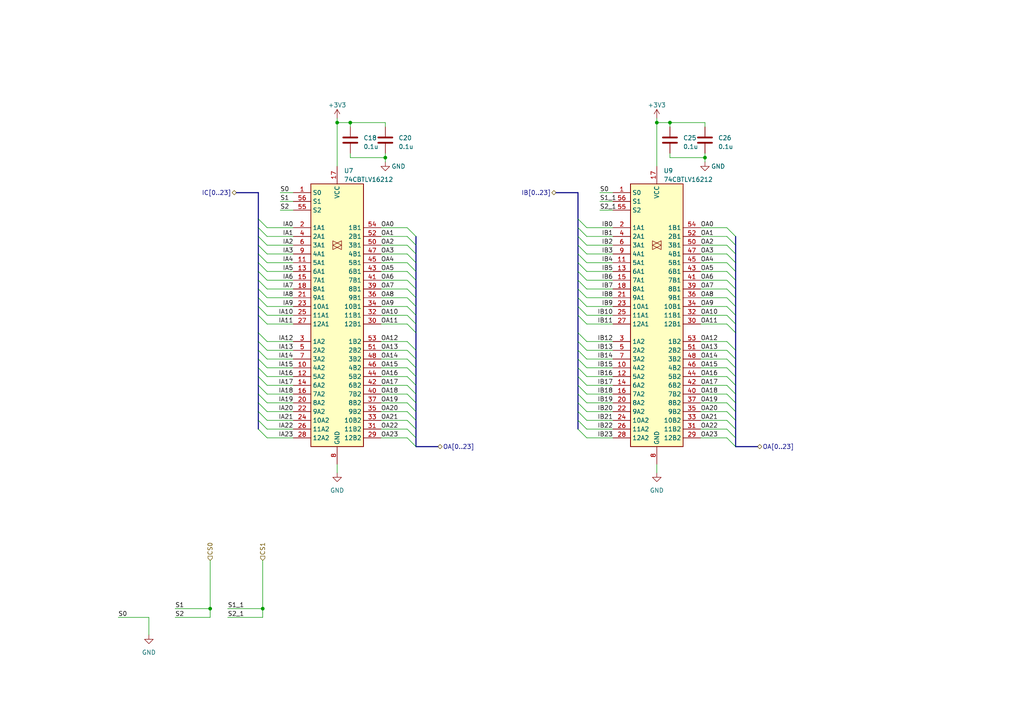
<source format=kicad_sch>
(kicad_sch (version 20230121) (generator eeschema)
  (paper "A4")
  (lib_symbols
    (symbol "74xx:74CBTLV16212"
      (property "Reference" "U" (at -7.62 40.64 0))
      (property "Value" "74CBTLV16212" (at 10.16 40.64 0))
      (symbol "74CBTLV16212_0_1"
        (rectangle (start -7.62 38.1) (end 7.62 -38.1) (stroke (width 0.254)) (fill (type background)))
      )
      (symbol "74CBTLV16212_1_0"
        (polyline (pts (xy 1.27 20.32) (xy -1.27 21.59) (xy -1.27 19.05) (xy 1.27 20.32)) (stroke (width 0.1524)))
        (polyline (pts (xy 1.27 21.59) (xy -1.27 20.32) (xy 1.27 19.05) (xy 1.27 21.59)))
        (pin bidirectional line (at -12.7 -15.24 0) (length 5.08) (name "4A2") (number "10"))
        (pin bidirectional line (at -12.7 15.24 0) (length 5.08) (name "5A1") (number "11"))
        (pin bidirectional line (at -12.7 -17.78 0) (length 5.08) (name "5A2") (number "12"))
        (pin bidirectional line (at -12.7 12.7 0) (length 5.08) (name "6A1") (number "13"))
        (pin bidirectional line (at -12.7 -20.32 0) (length 5.08) (name "6A2") (number "14"))
        (pin bidirectional line (at -12.7 10.16 0) (length 5.08) (name "7A1") (number "15"))
        (pin bidirectional line (at -12.7 -22.86 0) (length 5.08) (name "7A2") (number "16"))
        (pin power_in line (at 0 43.18 270) (length 5.08) (name "VCC") (number "17"))
        (pin bidirectional line (at -12.7 7.62 0) (length 5.08) (name "8A1") (number "18"))
        (pin passive line (at 0 -43.18 90) (length 5.08) hide (name "GND") (number "19"))
        (pin bidirectional line (at -12.7 25.4 0) (length 5.08) (name "1A1") (number "2"))
        (pin bidirectional line (at -12.7 -25.4 0) (length 5.08) (name "8A2") (number "20"))
        (pin bidirectional line (at -12.7 5.08 0) (length 5.08) (name "9A1") (number "21"))
        (pin bidirectional line (at -12.7 -27.94 0) (length 5.08) (name "9A2") (number "22"))
        (pin bidirectional line (at -12.7 2.54 0) (length 5.08) (name "10A1") (number "23"))
        (pin bidirectional line (at -12.7 -30.48 0) (length 5.08) (name "10A2") (number "24"))
        (pin bidirectional line (at -12.7 0 0) (length 5.08) (name "11A1") (number "25"))
        (pin bidirectional line (at -12.7 -33.02 0) (length 5.08) (name "11A2") (number "26"))
        (pin bidirectional line (at -12.7 -2.54 0) (length 5.08) (name "12A1") (number "27"))
        (pin bidirectional line (at -12.7 -35.56 0) (length 5.08) (name "12A2") (number "28"))
        (pin bidirectional line (at 12.7 -35.56 180) (length 5.08) (name "12B2") (number "29"))
        (pin bidirectional line (at -12.7 -7.62 0) (length 5.08) (name "1A2") (number "3"))
        (pin bidirectional line (at 12.7 -2.54 180) (length 5.08) (name "12B1") (number "30"))
        (pin bidirectional line (at 12.7 -33.02 180) (length 5.08) (name "11B2") (number "31"))
        (pin bidirectional line (at 12.7 0 180) (length 5.08) (name "11B1") (number "32"))
        (pin bidirectional line (at 12.7 -30.48 180) (length 5.08) (name "10B2") (number "33"))
        (pin bidirectional line (at 12.7 2.54 180) (length 5.08) (name "10B1") (number "34"))
        (pin bidirectional line (at 12.7 -27.94 180) (length 5.08) (name "9B2") (number "35"))
        (pin bidirectional line (at 12.7 5.08 180) (length 5.08) (name "9B1") (number "36"))
        (pin bidirectional line (at 12.7 -25.4 180) (length 5.08) (name "8B2") (number "37"))
        (pin passive line (at 0 -43.18 90) (length 5.08) hide (name "GND") (number "38"))
        (pin bidirectional line (at 12.7 7.62 180) (length 5.08) (name "8B1") (number "39"))
        (pin bidirectional line (at -12.7 22.86 0) (length 5.08) (name "2A1") (number "4"))
        (pin bidirectional line (at 12.7 -22.86 180) (length 5.08) (name "7B2") (number "40"))
        (pin bidirectional line (at 12.7 10.16 180) (length 5.08) (name "7B1") (number "41"))
        (pin bidirectional line (at 12.7 -20.32 180) (length 5.08) (name "6B2") (number "42"))
        (pin bidirectional line (at 12.7 12.7 180) (length 5.08) (name "6B1") (number "43"))
        (pin bidirectional line (at 12.7 -17.78 180) (length 5.08) (name "5B2") (number "44"))
        (pin bidirectional line (at 12.7 15.24 180) (length 5.08) (name "5B1") (number "45"))
        (pin bidirectional line (at 12.7 -15.24 180) (length 5.08) (name "4B2") (number "46"))
        (pin bidirectional line (at 12.7 17.78 180) (length 5.08) (name "4B1") (number "47"))
        (pin bidirectional line (at 12.7 -12.7 180) (length 5.08) (name "3B2") (number "48"))
        (pin passive line (at 0 -43.18 90) (length 5.08) hide (name "GND") (number "49"))
        (pin bidirectional line (at -12.7 -10.16 0) (length 5.08) (name "2A2") (number "5"))
        (pin bidirectional line (at 12.7 20.32 180) (length 5.08) (name "3B1") (number "50"))
        (pin bidirectional line (at 12.7 -10.16 180) (length 5.08) (name "2B2") (number "51"))
        (pin bidirectional line (at 12.7 22.86 180) (length 5.08) (name "2B1") (number "52"))
        (pin bidirectional line (at 12.7 -7.62 180) (length 5.08) (name "1B2") (number "53"))
        (pin bidirectional line (at 12.7 25.4 180) (length 5.08) (name "1B1") (number "54"))
        (pin input line (at -12.7 30.48 0) (length 5.08) (name "S2") (number "55"))
        (pin input line (at -12.7 33.02 0) (length 5.08) (name "S1") (number "56"))
        (pin bidirectional line (at -12.7 20.32 0) (length 5.08) (name "3A1") (number "6"))
        (pin bidirectional line (at -12.7 -12.7 0) (length 5.08) (name "3A2") (number "7"))
        (pin power_in line (at 0 -43.18 90) (length 5.08) (name "GND") (number "8"))
        (pin bidirectional line (at -12.7 17.78 0) (length 5.08) (name "4A1") (number "9"))
      )
      (symbol "74CBTLV16212_1_1"
        (pin input line (at -12.7 35.56 0) (length 5.08) (name "S0") (number "1"))
      )
    )
    (symbol "Device:C" (pin_numbers hide) (pin_names (offset 0.254))
      (property "Reference" "C" (at 0.635 2.54 0))
      (property "Value" "C" (at 0.635 -2.54 0))
      (symbol "C_0_1"
        (polyline (pts (xy -2.032 -0.762) (xy 2.032 -0.762)) (stroke (width 0.508)))
        (polyline (pts (xy -2.032 0.762) (xy 2.032 0.762)) (stroke (width 0.508)))
      )
      (symbol "C_1_1"
        (pin passive line (at 0 3.81 270) (length 2.794) (name "~") (number "1"))
        (pin passive line (at 0 -3.81 90) (length 2.794) (name "~") (number "2"))
      )
    )
    (symbol "power:+3V3" (power) (pin_names (offset 0))
      (property "Value" "+3V3" (at 0 3.556 0))
      (symbol "+3V3_0_1"
        (polyline (pts (xy -0.762 1.27) (xy 0 2.54)))
        (polyline (pts (xy 0 0) (xy 0 2.54)))
        (polyline (pts (xy 0 2.54) (xy 0.762 1.27)))
      )
      (symbol "+3V3_1_1"
        (pin power_in line (at 0 0 90) (length 0) hide (name "+3V3") (number "1"))
      )
    )
    (symbol "power:GND" (power) (pin_names (offset 0))
      (property "Value" "GND" (at 0 -3.81 0))
      (symbol "GND_0_1"
        (polyline (pts (xy 0 0) (xy 0 -1.27) (xy 1.27 -1.27) (xy 0 -2.54) (xy -1.27 -1.27) (xy 0 -1.27)))
      )
      (symbol "GND_1_1"
        (pin power_in line (at 0 0 270) (length 0) hide (name "GND") (number "1"))
      )
    )
  )
  (junction (at 194.31 35.56))
  (junction (at 97.79 35.56))
  (junction (at 111.76 45.72))
  (junction (at 60.96 176.53))
  (junction (at 101.6 35.56))
  (junction (at 76.2 176.53))
  (junction (at 190.5 35.56))
  (junction (at 204.47 45.72))
  (bus_entry (at 74.93 66.04) (size 2.54 2.54))
  (bus_entry (at 210.82 78.74) (size 2.54 2.54))
  (bus_entry (at 74.93 73.66) (size 2.54 2.54))
  (bus_entry (at 167.64 106.68) (size 2.54 2.54))
  (bus_entry (at 167.64 78.74) (size 2.54 2.54))
  (bus_entry (at 210.82 101.6) (size 2.54 2.54))
  (bus_entry (at 74.93 119.38) (size 2.54 2.54))
  (bus_entry (at 167.64 66.04) (size 2.54 2.54))
  (bus_entry (at 210.82 109.22) (size 2.54 2.54))
  (bus_entry (at 167.64 121.92) (size 2.54 2.54))
  (bus_entry (at 167.64 68.58) (size 2.54 2.54))
  (bus_entry (at 118.11 73.66) (size 2.54 2.54))
  (bus_entry (at 118.11 124.46) (size 2.54 2.54))
  (bus_entry (at 118.11 99.06) (size 2.54 2.54))
  (bus_entry (at 167.64 81.28) (size 2.54 2.54))
  (bus_entry (at 210.82 76.2) (size 2.54 2.54))
  (bus_entry (at 74.93 76.2) (size 2.54 2.54))
  (bus_entry (at 74.93 81.28) (size 2.54 2.54))
  (bus_entry (at 74.93 101.6) (size 2.54 2.54))
  (bus_entry (at 74.93 109.22) (size 2.54 2.54))
  (bus_entry (at 118.11 121.92) (size 2.54 2.54))
  (bus_entry (at 74.93 99.06) (size 2.54 2.54))
  (bus_entry (at 210.82 119.38) (size 2.54 2.54))
  (bus_entry (at 74.93 88.9) (size 2.54 2.54))
  (bus_entry (at 167.64 124.46) (size 2.54 2.54))
  (bus_entry (at 210.82 106.68) (size 2.54 2.54))
  (bus_entry (at 167.64 111.76) (size 2.54 2.54))
  (bus_entry (at 118.11 66.04) (size 2.54 2.54))
  (bus_entry (at 167.64 96.52) (size 2.54 2.54))
  (bus_entry (at 118.11 93.98) (size 2.54 2.54))
  (bus_entry (at 167.64 99.06) (size 2.54 2.54))
  (bus_entry (at 210.82 88.9) (size 2.54 2.54))
  (bus_entry (at 210.82 81.28) (size 2.54 2.54))
  (bus_entry (at 167.64 109.22) (size 2.54 2.54))
  (bus_entry (at 210.82 91.44) (size 2.54 2.54))
  (bus_entry (at 74.93 104.14) (size 2.54 2.54))
  (bus_entry (at 118.11 88.9) (size 2.54 2.54))
  (bus_entry (at 74.93 116.84) (size 2.54 2.54))
  (bus_entry (at 167.64 88.9) (size 2.54 2.54))
  (bus_entry (at 210.82 71.12) (size 2.54 2.54))
  (bus_entry (at 118.11 116.84) (size 2.54 2.54))
  (bus_entry (at 167.64 86.36) (size 2.54 2.54))
  (bus_entry (at 167.64 114.3) (size 2.54 2.54))
  (bus_entry (at 118.11 106.68) (size 2.54 2.54))
  (bus_entry (at 74.93 124.46) (size 2.54 2.54))
  (bus_entry (at 118.11 104.14) (size 2.54 2.54))
  (bus_entry (at 74.93 86.36) (size 2.54 2.54))
  (bus_entry (at 210.82 73.66) (size 2.54 2.54))
  (bus_entry (at 118.11 68.58) (size 2.54 2.54))
  (bus_entry (at 74.93 121.92) (size 2.54 2.54))
  (bus_entry (at 118.11 109.22) (size 2.54 2.54))
  (bus_entry (at 167.64 101.6) (size 2.54 2.54))
  (bus_entry (at 167.64 73.66) (size 2.54 2.54))
  (bus_entry (at 118.11 71.12) (size 2.54 2.54))
  (bus_entry (at 118.11 78.74) (size 2.54 2.54))
  (bus_entry (at 118.11 101.6) (size 2.54 2.54))
  (bus_entry (at 74.93 111.76) (size 2.54 2.54))
  (bus_entry (at 210.82 83.82) (size 2.54 2.54))
  (bus_entry (at 118.11 114.3) (size 2.54 2.54))
  (bus_entry (at 74.93 114.3) (size 2.54 2.54))
  (bus_entry (at 74.93 96.52) (size 2.54 2.54))
  (bus_entry (at 167.64 91.44) (size 2.54 2.54))
  (bus_entry (at 74.93 63.5) (size 2.54 2.54))
  (bus_entry (at 210.82 86.36) (size 2.54 2.54))
  (bus_entry (at 210.82 124.46) (size 2.54 2.54))
  (bus_entry (at 210.82 66.04) (size 2.54 2.54))
  (bus_entry (at 167.64 116.84) (size 2.54 2.54))
  (bus_entry (at 210.82 114.3) (size 2.54 2.54))
  (bus_entry (at 167.64 76.2) (size 2.54 2.54))
  (bus_entry (at 118.11 119.38) (size 2.54 2.54))
  (bus_entry (at 118.11 76.2) (size 2.54 2.54))
  (bus_entry (at 118.11 91.44) (size 2.54 2.54))
  (bus_entry (at 167.64 63.5) (size 2.54 2.54))
  (bus_entry (at 74.93 106.68) (size 2.54 2.54))
  (bus_entry (at 74.93 71.12) (size 2.54 2.54))
  (bus_entry (at 210.82 93.98) (size 2.54 2.54))
  (bus_entry (at 210.82 127) (size 2.54 2.54))
  (bus_entry (at 210.82 111.76) (size 2.54 2.54))
  (bus_entry (at 74.93 83.82) (size 2.54 2.54))
  (bus_entry (at 118.11 86.36) (size 2.54 2.54))
  (bus_entry (at 210.82 68.58) (size 2.54 2.54))
  (bus_entry (at 118.11 127) (size 2.54 2.54))
  (bus_entry (at 167.64 119.38) (size 2.54 2.54))
  (bus_entry (at 167.64 83.82) (size 2.54 2.54))
  (bus_entry (at 74.93 91.44) (size 2.54 2.54))
  (bus_entry (at 167.64 104.14) (size 2.54 2.54))
  (bus_entry (at 118.11 111.76) (size 2.54 2.54))
  (bus_entry (at 118.11 81.28) (size 2.54 2.54))
  (bus_entry (at 210.82 104.14) (size 2.54 2.54))
  (bus_entry (at 118.11 83.82) (size 2.54 2.54))
  (bus_entry (at 210.82 121.92) (size 2.54 2.54))
  (bus_entry (at 210.82 116.84) (size 2.54 2.54))
  (bus_entry (at 74.93 78.74) (size 2.54 2.54))
  (bus_entry (at 167.64 71.12) (size 2.54 2.54))
  (bus_entry (at 74.93 68.58) (size 2.54 2.54))
  (bus_entry (at 210.82 99.06) (size 2.54 2.54))
  (bus (pts (xy 167.64 68.58) (xy 167.64 66.04)))
  (bus (pts (xy 120.65 104.14) (xy 120.65 106.68)))
  (bus (pts (xy 167.64 76.2) (xy 167.64 73.66)))
  (wire (pts (xy 110.49 86.36) (xy 118.11 86.36)))
  (wire (pts (xy 60.96 162.56) (xy 60.96 176.53)))
  (bus (pts (xy 213.36 116.84) (xy 213.36 119.38)))
  (wire (pts (xy 203.2 121.92) (xy 210.82 121.92)))
  (bus (pts (xy 213.36 127) (xy 213.36 129.54)))
  (wire (pts (xy 77.47 127) (xy 85.09 127)))
  (bus (pts (xy 74.93 99.06) (xy 74.93 96.52)))
  (wire (pts (xy 77.47 124.46) (xy 85.09 124.46)))
  (bus (pts (xy 120.65 76.2) (xy 120.65 78.74)))
  (wire (pts (xy 203.2 116.84) (xy 210.82 116.84)))
  (wire (pts (xy 77.47 101.6) (xy 85.09 101.6)))
  (wire (pts (xy 77.47 71.12) (xy 85.09 71.12)))
  (wire (pts (xy 173.99 60.96) (xy 177.8 60.96)))
  (bus (pts (xy 120.65 93.98) (xy 120.65 96.52)))
  (bus (pts (xy 167.64 119.38) (xy 167.64 116.84)))
  (bus (pts (xy 213.36 114.3) (xy 213.36 116.84)))
  (wire (pts (xy 203.2 71.12) (xy 210.82 71.12)))
  (wire (pts (xy 170.18 73.66) (xy 177.8 73.66)))
  (wire (pts (xy 170.18 86.36) (xy 177.8 86.36)))
  (bus (pts (xy 120.65 96.52) (xy 120.65 101.6)))
  (wire (pts (xy 170.18 106.68) (xy 177.8 106.68)))
  (wire (pts (xy 34.29 179.07) (xy 43.18 179.07)))
  (bus (pts (xy 120.65 121.92) (xy 120.65 124.46)))
  (bus (pts (xy 167.64 104.14) (xy 167.64 101.6)))
  (bus (pts (xy 74.93 73.66) (xy 74.93 71.12)))
  (bus (pts (xy 120.65 78.74) (xy 120.65 81.28)))
  (wire (pts (xy 77.47 116.84) (xy 85.09 116.84)))
  (wire (pts (xy 110.49 114.3) (xy 118.11 114.3)))
  (wire (pts (xy 170.18 81.28) (xy 177.8 81.28)))
  (bus (pts (xy 120.65 119.38) (xy 120.65 121.92)))
  (wire (pts (xy 101.6 44.45) (xy 101.6 45.72)))
  (wire (pts (xy 76.2 162.56) (xy 76.2 176.53)))
  (wire (pts (xy 110.49 121.92) (xy 118.11 121.92)))
  (bus (pts (xy 167.64 116.84) (xy 167.64 114.3)))
  (wire (pts (xy 110.49 93.98) (xy 118.11 93.98)))
  (wire (pts (xy 170.18 76.2) (xy 177.8 76.2)))
  (wire (pts (xy 170.18 68.58) (xy 177.8 68.58)))
  (bus (pts (xy 74.93 111.76) (xy 74.93 109.22)))
  (wire (pts (xy 190.5 134.62) (xy 190.5 137.16)))
  (bus (pts (xy 213.36 68.58) (xy 213.36 71.12)))
  (wire (pts (xy 77.47 78.74) (xy 85.09 78.74)))
  (bus (pts (xy 74.93 71.12) (xy 74.93 68.58)))
  (wire (pts (xy 190.5 35.56) (xy 190.5 48.26)))
  (bus (pts (xy 167.64 106.68) (xy 167.64 104.14)))
  (wire (pts (xy 110.49 83.82) (xy 118.11 83.82)))
  (bus (pts (xy 74.93 124.46) (xy 74.93 121.92)))
  (bus (pts (xy 167.64 101.6) (xy 167.64 99.06)))
  (wire (pts (xy 97.79 34.29) (xy 97.79 35.56)))
  (wire (pts (xy 203.2 78.74) (xy 210.82 78.74)))
  (bus (pts (xy 68.58 55.88) (xy 74.93 55.88)))
  (bus (pts (xy 213.36 71.12) (xy 213.36 73.66)))
  (wire (pts (xy 60.96 176.53) (xy 60.96 179.07)))
  (wire (pts (xy 170.18 71.12) (xy 177.8 71.12)))
  (wire (pts (xy 170.18 88.9) (xy 177.8 88.9)))
  (bus (pts (xy 213.36 106.68) (xy 213.36 109.22)))
  (bus (pts (xy 167.64 109.22) (xy 167.64 106.68)))
  (bus (pts (xy 213.36 81.28) (xy 213.36 83.82)))
  (wire (pts (xy 170.18 93.98) (xy 177.8 93.98)))
  (wire (pts (xy 110.49 68.58) (xy 118.11 68.58)))
  (wire (pts (xy 203.2 119.38) (xy 210.82 119.38)))
  (wire (pts (xy 110.49 99.06) (xy 118.11 99.06)))
  (wire (pts (xy 204.47 46.99) (xy 204.47 45.72)))
  (bus (pts (xy 167.64 121.92) (xy 167.64 119.38)))
  (wire (pts (xy 81.28 55.88) (xy 85.09 55.88)))
  (wire (pts (xy 101.6 35.56) (xy 111.76 35.56)))
  (wire (pts (xy 110.49 111.76) (xy 118.11 111.76)))
  (wire (pts (xy 170.18 99.06) (xy 177.8 99.06)))
  (wire (pts (xy 170.18 119.38) (xy 177.8 119.38)))
  (bus (pts (xy 167.64 88.9) (xy 167.64 86.36)))
  (bus (pts (xy 74.93 88.9) (xy 74.93 86.36)))
  (wire (pts (xy 76.2 176.53) (xy 76.2 179.07)))
  (wire (pts (xy 97.79 134.62) (xy 97.79 137.16)))
  (wire (pts (xy 110.49 66.04) (xy 118.11 66.04)))
  (wire (pts (xy 203.2 73.66) (xy 210.82 73.66)))
  (wire (pts (xy 203.2 114.3) (xy 210.82 114.3)))
  (bus (pts (xy 213.36 78.74) (xy 213.36 81.28)))
  (bus (pts (xy 74.93 101.6) (xy 74.93 99.06)))
  (wire (pts (xy 110.49 119.38) (xy 118.11 119.38)))
  (wire (pts (xy 203.2 106.68) (xy 210.82 106.68)))
  (bus (pts (xy 167.64 114.3) (xy 167.64 111.76)))
  (bus (pts (xy 167.64 73.66) (xy 167.64 71.12)))
  (bus (pts (xy 167.64 86.36) (xy 167.64 83.82)))
  (wire (pts (xy 77.47 88.9) (xy 85.09 88.9)))
  (bus (pts (xy 74.93 119.38) (xy 74.93 116.84)))
  (bus (pts (xy 120.65 114.3) (xy 120.65 116.84)))
  (wire (pts (xy 77.47 68.58) (xy 85.09 68.58)))
  (wire (pts (xy 110.49 88.9) (xy 118.11 88.9)))
  (wire (pts (xy 203.2 88.9) (xy 210.82 88.9)))
  (wire (pts (xy 170.18 104.14) (xy 177.8 104.14)))
  (wire (pts (xy 170.18 121.92) (xy 177.8 121.92)))
  (bus (pts (xy 120.65 129.54) (xy 127 129.54)))
  (wire (pts (xy 101.6 45.72) (xy 111.76 45.72)))
  (bus (pts (xy 74.93 78.74) (xy 74.93 76.2)))
  (wire (pts (xy 110.49 106.68) (xy 118.11 106.68)))
  (bus (pts (xy 120.65 71.12) (xy 120.65 73.66)))
  (wire (pts (xy 203.2 93.98) (xy 210.82 93.98)))
  (wire (pts (xy 77.47 104.14) (xy 85.09 104.14)))
  (bus (pts (xy 213.36 73.66) (xy 213.36 76.2)))
  (bus (pts (xy 213.36 129.54) (xy 219.71 129.54)))
  (bus (pts (xy 74.93 91.44) (xy 74.93 88.9)))
  (bus (pts (xy 161.29 55.88) (xy 167.64 55.88)))
  (wire (pts (xy 190.5 34.29) (xy 190.5 35.56)))
  (bus (pts (xy 74.93 114.3) (xy 74.93 111.76)))
  (bus (pts (xy 167.64 78.74) (xy 167.64 76.2)))
  (bus (pts (xy 213.36 93.98) (xy 213.36 96.52)))
  (wire (pts (xy 170.18 116.84) (xy 177.8 116.84)))
  (wire (pts (xy 77.47 73.66) (xy 85.09 73.66)))
  (wire (pts (xy 77.47 106.68) (xy 85.09 106.68)))
  (wire (pts (xy 77.47 66.04) (xy 85.09 66.04)))
  (bus (pts (xy 167.64 99.06) (xy 167.64 96.52)))
  (wire (pts (xy 204.47 44.45) (xy 204.47 45.72)))
  (wire (pts (xy 203.2 101.6) (xy 210.82 101.6)))
  (bus (pts (xy 74.93 83.82) (xy 74.93 81.28)))
  (bus (pts (xy 120.65 106.68) (xy 120.65 109.22)))
  (wire (pts (xy 170.18 111.76) (xy 177.8 111.76)))
  (wire (pts (xy 50.8 176.53) (xy 60.96 176.53)))
  (wire (pts (xy 43.18 179.07) (xy 43.18 184.15)))
  (bus (pts (xy 120.65 101.6) (xy 120.65 104.14)))
  (wire (pts (xy 203.2 66.04) (xy 210.82 66.04)))
  (wire (pts (xy 110.49 91.44) (xy 118.11 91.44)))
  (wire (pts (xy 203.2 124.46) (xy 210.82 124.46)))
  (bus (pts (xy 120.65 81.28) (xy 120.65 83.82)))
  (bus (pts (xy 74.93 121.92) (xy 74.93 119.38)))
  (bus (pts (xy 213.36 88.9) (xy 213.36 91.44)))
  (wire (pts (xy 77.47 93.98) (xy 85.09 93.98)))
  (wire (pts (xy 77.47 99.06) (xy 85.09 99.06)))
  (wire (pts (xy 81.28 60.96) (xy 85.09 60.96)))
  (bus (pts (xy 74.93 63.5) (xy 74.93 55.88)))
  (wire (pts (xy 194.31 45.72) (xy 204.47 45.72)))
  (wire (pts (xy 203.2 86.36) (xy 210.82 86.36)))
  (wire (pts (xy 110.49 81.28) (xy 118.11 81.28)))
  (bus (pts (xy 167.64 96.52) (xy 167.64 91.44)))
  (wire (pts (xy 203.2 76.2) (xy 210.82 76.2)))
  (wire (pts (xy 203.2 83.82) (xy 210.82 83.82)))
  (wire (pts (xy 110.49 104.14) (xy 118.11 104.14)))
  (wire (pts (xy 110.49 78.74) (xy 118.11 78.74)))
  (bus (pts (xy 120.65 127) (xy 120.65 129.54)))
  (wire (pts (xy 110.49 71.12) (xy 118.11 71.12)))
  (bus (pts (xy 74.93 66.04) (xy 74.93 63.5)))
  (bus (pts (xy 74.93 109.22) (xy 74.93 106.68)))
  (bus (pts (xy 167.64 91.44) (xy 167.64 88.9)))
  (wire (pts (xy 110.49 124.46) (xy 118.11 124.46)))
  (wire (pts (xy 111.76 35.56) (xy 111.76 36.83)))
  (wire (pts (xy 173.99 55.88) (xy 177.8 55.88)))
  (bus (pts (xy 74.93 106.68) (xy 74.93 104.14)))
  (wire (pts (xy 81.28 58.42) (xy 85.09 58.42)))
  (bus (pts (xy 120.65 73.66) (xy 120.65 76.2)))
  (bus (pts (xy 167.64 66.04) (xy 167.64 63.5)))
  (bus (pts (xy 213.36 96.52) (xy 213.36 101.6)))
  (wire (pts (xy 203.2 111.76) (xy 210.82 111.76)))
  (wire (pts (xy 190.5 35.56) (xy 194.31 35.56)))
  (wire (pts (xy 194.31 44.45) (xy 194.31 45.72)))
  (wire (pts (xy 110.49 127) (xy 118.11 127)))
  (wire (pts (xy 170.18 109.22) (xy 177.8 109.22)))
  (wire (pts (xy 77.47 86.36) (xy 85.09 86.36)))
  (wire (pts (xy 97.79 35.56) (xy 97.79 48.26)))
  (bus (pts (xy 120.65 88.9) (xy 120.65 91.44)))
  (bus (pts (xy 120.65 91.44) (xy 120.65 93.98)))
  (bus (pts (xy 213.36 104.14) (xy 213.36 106.68)))
  (wire (pts (xy 170.18 78.74) (xy 177.8 78.74)))
  (bus (pts (xy 74.93 96.52) (xy 74.93 91.44)))
  (wire (pts (xy 170.18 83.82) (xy 177.8 83.82)))
  (bus (pts (xy 120.65 86.36) (xy 120.65 88.9)))
  (bus (pts (xy 74.93 86.36) (xy 74.93 83.82)))
  (wire (pts (xy 170.18 114.3) (xy 177.8 114.3)))
  (wire (pts (xy 77.47 83.82) (xy 85.09 83.82)))
  (bus (pts (xy 167.64 63.5) (xy 167.64 55.88)))
  (wire (pts (xy 170.18 66.04) (xy 177.8 66.04)))
  (wire (pts (xy 110.49 73.66) (xy 118.11 73.66)))
  (wire (pts (xy 203.2 68.58) (xy 210.82 68.58)))
  (wire (pts (xy 111.76 46.99) (xy 111.76 45.72)))
  (wire (pts (xy 77.47 119.38) (xy 85.09 119.38)))
  (bus (pts (xy 120.65 111.76) (xy 120.65 114.3)))
  (bus (pts (xy 120.65 68.58) (xy 120.65 71.12)))
  (bus (pts (xy 120.65 83.82) (xy 120.65 86.36)))
  (wire (pts (xy 77.47 109.22) (xy 85.09 109.22)))
  (wire (pts (xy 66.04 179.07) (xy 76.2 179.07)))
  (wire (pts (xy 203.2 99.06) (xy 210.82 99.06)))
  (wire (pts (xy 170.18 91.44) (xy 177.8 91.44)))
  (wire (pts (xy 50.8 179.07) (xy 60.96 179.07)))
  (bus (pts (xy 167.64 124.46) (xy 167.64 121.92)))
  (wire (pts (xy 203.2 91.44) (xy 210.82 91.44)))
  (wire (pts (xy 194.31 35.56) (xy 204.47 35.56)))
  (wire (pts (xy 170.18 101.6) (xy 177.8 101.6)))
  (bus (pts (xy 74.93 81.28) (xy 74.93 78.74)))
  (wire (pts (xy 77.47 81.28) (xy 85.09 81.28)))
  (wire (pts (xy 203.2 81.28) (xy 210.82 81.28)))
  (wire (pts (xy 111.76 44.45) (xy 111.76 45.72)))
  (wire (pts (xy 97.79 35.56) (xy 101.6 35.56)))
  (wire (pts (xy 110.49 116.84) (xy 118.11 116.84)))
  (wire (pts (xy 66.04 176.53) (xy 76.2 176.53)))
  (bus (pts (xy 213.36 121.92) (xy 213.36 124.46)))
  (bus (pts (xy 74.93 68.58) (xy 74.93 66.04)))
  (wire (pts (xy 203.2 104.14) (xy 210.82 104.14)))
  (bus (pts (xy 167.64 71.12) (xy 167.64 68.58)))
  (bus (pts (xy 120.65 109.22) (xy 120.65 111.76)))
  (bus (pts (xy 213.36 76.2) (xy 213.36 78.74)))
  (wire (pts (xy 110.49 76.2) (xy 118.11 76.2)))
  (wire (pts (xy 204.47 35.56) (xy 204.47 36.83)))
  (bus (pts (xy 213.36 119.38) (xy 213.36 121.92)))
  (wire (pts (xy 101.6 35.56) (xy 101.6 36.83)))
  (bus (pts (xy 213.36 124.46) (xy 213.36 127)))
  (bus (pts (xy 213.36 83.82) (xy 213.36 86.36)))
  (wire (pts (xy 77.47 121.92) (xy 85.09 121.92)))
  (bus (pts (xy 74.93 76.2) (xy 74.93 73.66)))
  (bus (pts (xy 74.93 116.84) (xy 74.93 114.3)))
  (bus (pts (xy 213.36 101.6) (xy 213.36 104.14)))
  (wire (pts (xy 173.99 58.42) (xy 177.8 58.42)))
  (wire (pts (xy 203.2 109.22) (xy 210.82 109.22)))
  (bus (pts (xy 120.65 116.84) (xy 120.65 119.38)))
  (bus (pts (xy 213.36 86.36) (xy 213.36 88.9)))
  (wire (pts (xy 77.47 91.44) (xy 85.09 91.44)))
  (bus (pts (xy 213.36 109.22) (xy 213.36 111.76)))
  (bus (pts (xy 74.93 104.14) (xy 74.93 101.6)))
  (wire (pts (xy 77.47 76.2) (xy 85.09 76.2)))
  (wire (pts (xy 194.31 35.56) (xy 194.31 36.83)))
  (bus (pts (xy 213.36 91.44) (xy 213.36 93.98)))
  (bus (pts (xy 213.36 111.76) (xy 213.36 114.3)))
  (wire (pts (xy 110.49 109.22) (xy 118.11 109.22)))
  (bus (pts (xy 120.65 124.46) (xy 120.65 127)))
  (bus (pts (xy 167.64 111.76) (xy 167.64 109.22)))
  (wire (pts (xy 170.18 127) (xy 177.8 127)))
  (wire (pts (xy 203.2 127) (xy 210.82 127)))
  (wire (pts (xy 77.47 114.3) (xy 85.09 114.3)))
  (wire (pts (xy 77.47 111.76) (xy 85.09 111.76)))
  (wire (pts (xy 170.18 124.46) (xy 177.8 124.46)))
  (bus (pts (xy 167.64 81.28) (xy 167.64 78.74)))
  (bus (pts (xy 167.64 83.82) (xy 167.64 81.28)))
  (wire (pts (xy 110.49 101.6) (xy 118.11 101.6)))
  (label "OA23" (at 203.2 127 0))
  (label "OA2" (at 110.49 71.12 0))
  (label "OA22" (at 110.49 124.46 0))
  (label "S2" (at 81.28 60.96 0))
  (label "S2" (at 50.8 179.07 0))
  (label "S1" (at 50.8 176.53 0))
  (label "IB10" (at 177.8 91.44 180))
  (label "IA1" (at 85.09 68.58 180))
  (label "OA16" (at 203.2 109.22 0))
  (label "OA0" (at 110.49 66.04 0))
  (label "IA6" (at 85.09 81.28 180))
  (label "OA22" (at 203.2 124.46 0))
  (label "IB5" (at 177.8 78.74 180))
  (label "OA4" (at 110.49 76.2 0))
  (label "IA21" (at 85.09 121.92 180))
  (label "IB9" (at 177.8 88.9 180))
  (label "OA14" (at 110.49 104.14 0))
  (label "OA19" (at 203.2 116.84 0))
  (label "OA12" (at 203.2 99.06 0))
  (label "IA20" (at 85.09 119.38 180))
  (label "OA15" (at 110.49 106.68 0))
  (label "IB12" (at 177.8 99.06 180))
  (label "IA16" (at 85.09 109.22 180))
  (label "IB15" (at 177.8 106.68 180))
  (label "OA12" (at 110.49 99.06 0))
  (label "OA20" (at 203.2 119.38 0))
  (label "OA14" (at 203.2 104.14 0))
  (label "OA7" (at 203.2 83.82 0))
  (label "OA17" (at 203.2 111.76 0))
  (label "OA21" (at 203.2 121.92 0))
  (label "OA0" (at 203.2 66.04 0))
  (label "IB0" (at 177.8 66.04 180))
  (label "OA19" (at 110.49 116.84 0))
  (label "IB18" (at 177.8 114.3 180))
  (label "OA15" (at 203.2 106.68 0))
  (label "IA9" (at 85.09 88.9 180))
  (label "IA4" (at 85.09 76.2 180))
  (label "IB20" (at 177.8 119.38 180))
  (label "IA7" (at 85.09 83.82 180))
  (label "OA6" (at 203.2 81.28 0))
  (label "OA6" (at 110.49 81.28 0))
  (label "OA1" (at 110.49 68.58 0))
  (label "IB4" (at 177.8 76.2 180))
  (label "IB11" (at 177.8 93.98 180))
  (label "OA7" (at 110.49 83.82 0))
  (label "OA3" (at 110.49 73.66 0))
  (label "OA8" (at 203.2 86.36 0))
  (label "OA21" (at 110.49 121.92 0))
  (label "IB21" (at 177.8 121.92 180))
  (label "OA9" (at 110.49 88.9 0))
  (label "OA10" (at 110.49 91.44 0))
  (label "OA10" (at 203.2 91.44 0))
  (label "S1_1" (at 173.99 58.42 0))
  (label "IA15" (at 85.09 106.68 180))
  (label "IA18" (at 85.09 114.3 180))
  (label "IA8" (at 85.09 86.36 180))
  (label "IB3" (at 177.8 73.66 180))
  (label "IA14" (at 85.09 104.14 180))
  (label "IB23" (at 177.8 127 180))
  (label "IA13" (at 85.09 101.6 180))
  (label "OA5" (at 110.49 78.74 0))
  (label "OA23" (at 110.49 127 0))
  (label "OA17" (at 110.49 111.76 0))
  (label "S2_1" (at 66.04 179.07 0))
  (label "S0" (at 173.99 55.88 0))
  (label "S1_1" (at 66.04 176.53 0))
  (label "IA10" (at 85.09 91.44 180))
  (label "IA23" (at 85.09 127 180))
  (label "S0" (at 34.29 179.07 0))
  (label "IA12" (at 85.09 99.06 180))
  (label "IA3" (at 85.09 73.66 180))
  (label "OA13" (at 203.2 101.6 0))
  (label "IA19" (at 85.09 116.84 180))
  (label "IA2" (at 85.09 71.12 180))
  (label "OA1" (at 203.2 68.58 0))
  (label "IB17" (at 177.8 111.76 180))
  (label "IB16" (at 177.8 109.22 180))
  (label "OA20" (at 110.49 119.38 0))
  (label "OA18" (at 110.49 114.3 0))
  (label "IB7" (at 177.8 83.82 180))
  (label "IA11" (at 85.09 93.98 180))
  (label "OA3" (at 203.2 73.66 0))
  (label "OA4" (at 203.2 76.2 0))
  (label "OA8" (at 110.49 86.36 0))
  (label "IB8" (at 177.8 86.36 180))
  (label "OA11" (at 110.49 93.98 0))
  (label "IA17" (at 85.09 111.76 180))
  (label "IB1" (at 177.8 68.58 180))
  (label "OA9" (at 203.2 88.9 0))
  (label "IA0" (at 85.09 66.04 180))
  (label "IB13" (at 177.8 101.6 180))
  (label "IB2" (at 177.8 71.12 180))
  (label "S0" (at 81.28 55.88 0))
  (label "OA16" (at 110.49 109.22 0))
  (label "S2_1" (at 173.99 60.96 0))
  (label "OA13" (at 110.49 101.6 0))
  (label "IB14" (at 177.8 104.14 180))
  (label "OA2" (at 203.2 71.12 0))
  (label "IB6" (at 177.8 81.28 180))
  (label "OA5" (at 203.2 78.74 0))
  (label "S1" (at 81.28 58.42 0))
  (label "IB19" (at 177.8 116.84 180))
  (label "OA18" (at 203.2 114.3 0))
  (label "OA11" (at 203.2 93.98 0))
  (label "IA5" (at 85.09 78.74 180))
  (label "IB22" (at 177.8 124.46 180))
  (label "IA22" (at 85.09 124.46 180))
  (hierarchical_label "CS1" (shape input) (at 76.2 162.56 90))
  (hierarchical_label "OA[0..23]" (shape bidirectional) (at 219.71 129.54 0))
  (hierarchical_label "IC[0..23]" (shape bidirectional) (at 68.58 55.88 180))
  (hierarchical_label "OA[0..23]" (shape bidirectional) (at 127 129.54 0))
  (hierarchical_label "CS0" (shape input) (at 60.96 162.56 90))
  (hierarchical_label "IB[0..23]" (shape bidirectional) (at 161.29 55.88 180))
  (symbol (lib_id "power:+3V3") (at 190.5 34.29 0) (unit 1)
    (property "Reference" "#PWR055" (effects hide))
    (property "Value" "+3V3" (at 190.5 30.48 0))
    (instances (project "autoharpie" (path "" (reference "#PWR055") (unit 1)) (path "" (reference "#PWR035") (unit 1))))
  )
  (symbol (lib_id "power:GND") (at 204.47 46.99 0) (unit 1)
    (property "Reference" "#PWR057" (effects hide))
    (property "Value" "GND" (at 208.28 48.26 0))
    (instances (project "autoharpie" (path "" (reference "#PWR057") (unit 1)) (path "" (reference "#PWR037") (unit 1))))
  )
  (symbol (lib_id "Device:C") (at 101.6 40.64 0) (unit 1)
    (property "Reference" "C18" (at 105.41 40.005 0) (effects (justify left)))
    (property "Value" "0.1u" (at 105.41 42.545 0) (effects (justify left)))
    (instances (project "autoharpie" (path "" (reference "C18") (unit 1)) (path "" (reference "C15") (unit 1))))
  )
  (symbol (lib_id "Device:C") (at 194.31 40.64 0) (unit 1)
    (property "Reference" "C25" (at 198.12 40.005 0) (effects (justify left)))
    (property "Value" "0.1u" (at 198.12 42.545 0) (effects (justify left)))
    (instances (project "autoharpie" (path "" (reference "C25") (unit 1)) (path "" (reference "C17") (unit 1))))
  )
  (symbol (lib_id "power:+3V3") (at 97.79 34.29 0) (unit 1)
    (property "Reference" "#PWR041" (effects hide))
    (property "Value" "+3V3" (at 97.79 30.48 0))
    (instances (project "autoharpie" (path "" (reference "#PWR041") (unit 1)) (path "" (reference "#PWR032") (unit 1))))
  )
  (symbol (lib_id "power:GND") (at 97.79 137.16 0) (unit 1)
    (property "Reference" "#PWR045" (effects hide))
    (property "Value" "GND" (at 97.79 142.24 0))
    (instances (project "autoharpie" (path "" (reference "#PWR045") (unit 1)) (path "" (reference "#PWR033") (unit 1))))
  )
  (symbol (lib_id "74xx:74CBTLV16212") (at 190.5 91.44 0) (unit 1)
    (property "Reference" "U9" (at 192.4559 49.53 0) (effects (justify left)))
    (property "Value" "74CBTLV16212" (at 192.4559 52.07 0) (effects (justify left)))
    (property "Datasheet" "https://www.ti.com/lit/ds/symlink/sn74cbtlv16212.pdf" (effects hide))
    (instances (project "autoharpie" (path "" (reference "U9") (unit 1)) (path "" (reference "U8") (unit 1))))
  )
  (symbol (lib_id "74xx:74CBTLV16212") (at 97.79 91.44 0) (unit 1)
    (property "Reference" "U7" (at 99.7459 49.53 0) (effects (justify left)))
    (property "Value" "74CBTLV16212" (at 99.7459 52.07 0) (effects (justify left)))
    (property "Datasheet" "https://www.ti.com/lit/ds/symlink/sn74cbtlv16212.pdf" (effects hide))
    (instances (project "autoharpie" (path "" (reference "U7") (unit 1)) (path "" (reference "U6") (unit 1))))
  )
  (symbol (lib_id "power:GND") (at 43.18 184.15 0) (unit 1)
    (property "Reference" "#PWR047" (effects hide))
    (property "Value" "GND" (at 43.18 189.23 0))
    (instances (project "autoharpie" (path "" (reference "#PWR047") (unit 1)) (path "" (reference "#PWR031") (unit 1))))
  )
  (symbol (lib_id "Device:C") (at 111.76 40.64 0) (unit 1)
    (property "Reference" "C20" (at 115.57 40.005 0) (effects (justify left)))
    (property "Value" "0.1u" (at 115.57 42.545 0) (effects (justify left)))
    (instances (project "autoharpie" (path "" (reference "C20") (unit 1)) (path "" (reference "C16") (unit 1))))
  )
  (symbol (lib_id "power:GND") (at 111.76 46.99 0) (unit 1)
    (property "Reference" "#PWR043" (effects hide))
    (property "Value" "GND" (at 115.57 48.26 0))
    (instances (project "autoharpie" (path "" (reference "#PWR043") (unit 1)) (path "" (reference "#PWR034") (unit 1))))
  )
  (symbol (lib_id "power:GND") (at 190.5 137.16 0) (unit 1)
    (property "Reference" "#PWR056" (effects hide))
    (property "Value" "GND" (at 190.5 142.24 0))
    (instances (project "autoharpie" (path "" (reference "#PWR056") (unit 1)) (path "" (reference "#PWR036") (unit 1))))
  )
  (symbol (lib_id "Device:C") (at 204.47 40.64 0) (unit 1)
    (property "Reference" "C26" (at 208.28 40.005 0) (effects (justify left)))
    (property "Value" "0.1u" (at 208.28 42.545 0) (effects (justify left)))
    (instances (project "autoharpie" (path "" (reference "C26") (unit 1)) (path "" (reference "C19") (unit 1))))
  )
)
</source>
